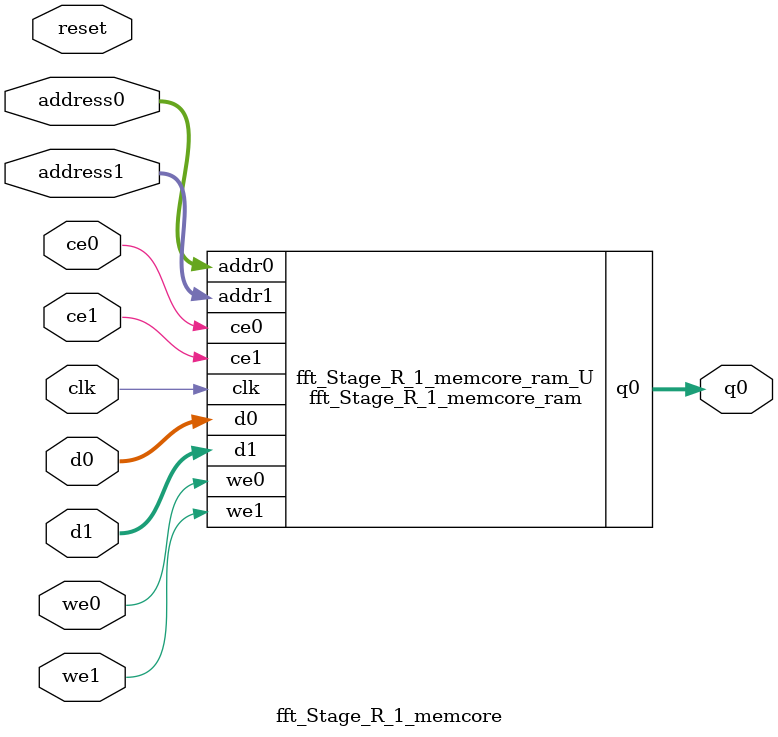
<source format=v>
`timescale 1 ns / 1 ps
module fft_Stage_R_1_memcore_ram (addr0, ce0, d0, we0, q0, addr1, ce1, d1, we1,  clk);

parameter DWIDTH = 32;
parameter AWIDTH = 10;
parameter MEM_SIZE = 1024;

input[AWIDTH-1:0] addr0;
input ce0;
input[DWIDTH-1:0] d0;
input we0;
output reg[DWIDTH-1:0] q0;
input[AWIDTH-1:0] addr1;
input ce1;
input[DWIDTH-1:0] d1;
input we1;
input clk;

(* ram_style = "block" *)reg [DWIDTH-1:0] ram[0:MEM_SIZE-1];




always @(posedge clk)  
begin 
    if (ce0) begin
        if (we0) 
            ram[addr0] <= d0; 
        q0 <= ram[addr0];
    end
end


always @(posedge clk)  
begin 
    if (ce1) begin
        if (we1) 
            ram[addr1] <= d1; 
    end
end


endmodule

`timescale 1 ns / 1 ps
module fft_Stage_R_1_memcore(
    reset,
    clk,
    address0,
    ce0,
    we0,
    d0,
    q0,
    address1,
    ce1,
    we1,
    d1);

parameter DataWidth = 32'd32;
parameter AddressRange = 32'd1024;
parameter AddressWidth = 32'd10;
input reset;
input clk;
input[AddressWidth - 1:0] address0;
input ce0;
input we0;
input[DataWidth - 1:0] d0;
output[DataWidth - 1:0] q0;
input[AddressWidth - 1:0] address1;
input ce1;
input we1;
input[DataWidth - 1:0] d1;



fft_Stage_R_1_memcore_ram fft_Stage_R_1_memcore_ram_U(
    .clk( clk ),
    .addr0( address0 ),
    .ce0( ce0 ),
    .we0( we0 ),
    .d0( d0 ),
    .q0( q0 ),
    .addr1( address1 ),
    .ce1( ce1 ),
    .we1( we1 ),
    .d1( d1 ));

endmodule


</source>
